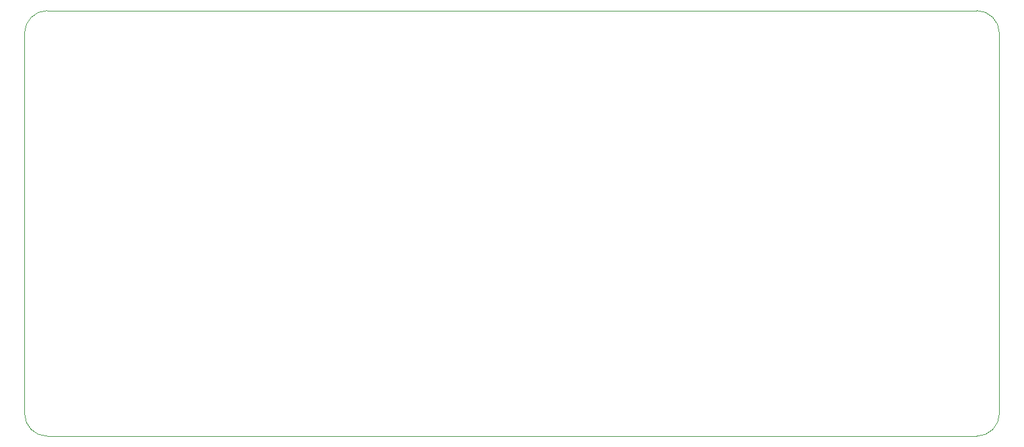
<source format=gbr>
G04 #@! TF.GenerationSoftware,KiCad,Pcbnew,(5.1.4-0-10_14)*
G04 #@! TF.CreationDate,2019-10-30T10:31:10-07:00*
G04 #@! TF.ProjectId,RAdLib,5241644c-6962-42e6-9b69-6361645f7063,1.0*
G04 #@! TF.SameCoordinates,Original*
G04 #@! TF.FileFunction,Profile,NP*
%FSLAX46Y46*%
G04 Gerber Fmt 4.6, Leading zero omitted, Abs format (unit mm)*
G04 Created by KiCad (PCBNEW (5.1.4-0-10_14)) date 2019-10-30 10:31:10*
%MOMM*%
%LPD*%
G04 APERTURE LIST*
%ADD10C,0.050000*%
G04 APERTURE END LIST*
D10*
X79000000Y-144200000D02*
X143200000Y-144200000D01*
X79000000Y-87700000D02*
X143200000Y-87700000D01*
X76000000Y-90700000D02*
X76000000Y-141200000D01*
X143200000Y-144200000D02*
X202200000Y-144200000D01*
X143200000Y-87700000D02*
X202200000Y-87700000D01*
X205200000Y-141200000D02*
X205200000Y-90700000D01*
X205200000Y-141200000D02*
G75*
G02X202200000Y-144200000I-3000000J0D01*
G01*
X79000000Y-144200000D02*
G75*
G02X76000000Y-141200000I0J3000000D01*
G01*
X76000000Y-90700000D02*
G75*
G02X79000000Y-87700000I3000000J0D01*
G01*
X202200000Y-87700000D02*
G75*
G02X205200000Y-90700000I0J-3000000D01*
G01*
M02*

</source>
